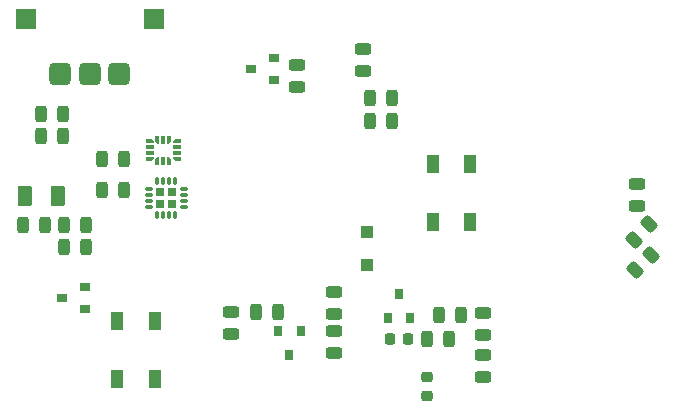
<source format=gbr>
G04 #@! TF.GenerationSoftware,KiCad,Pcbnew,7.0.9*
G04 #@! TF.CreationDate,2023-12-15T21:40:49-05:00*
G04 #@! TF.ProjectId,MainBoard,4d61696e-426f-4617-9264-2e6b69636164,rev?*
G04 #@! TF.SameCoordinates,Original*
G04 #@! TF.FileFunction,Paste,Bot*
G04 #@! TF.FilePolarity,Positive*
%FSLAX46Y46*%
G04 Gerber Fmt 4.6, Leading zero omitted, Abs format (unit mm)*
G04 Created by KiCad (PCBNEW 7.0.9) date 2023-12-15 21:40:49*
%MOMM*%
%LPD*%
G01*
G04 APERTURE LIST*
G04 Aperture macros list*
%AMRoundRect*
0 Rectangle with rounded corners*
0 $1 Rounding radius*
0 $2 $3 $4 $5 $6 $7 $8 $9 X,Y pos of 4 corners*
0 Add a 4 corners polygon primitive as box body*
4,1,4,$2,$3,$4,$5,$6,$7,$8,$9,$2,$3,0*
0 Add four circle primitives for the rounded corners*
1,1,$1+$1,$2,$3*
1,1,$1+$1,$4,$5*
1,1,$1+$1,$6,$7*
1,1,$1+$1,$8,$9*
0 Add four rect primitives between the rounded corners*
20,1,$1+$1,$2,$3,$4,$5,0*
20,1,$1+$1,$4,$5,$6,$7,0*
20,1,$1+$1,$6,$7,$8,$9,0*
20,1,$1+$1,$8,$9,$2,$3,0*%
%AMFreePoly0*
4,1,6,0.337500,0.050000,0.087500,-0.200000,-0.337500,-0.200000,-0.337500,0.200000,0.337500,0.200000,0.337500,0.050000,0.337500,0.050000,$1*%
%AMFreePoly1*
4,1,6,0.337500,-0.050000,0.337500,-0.200000,-0.337500,-0.200000,-0.337500,0.200000,0.087500,0.200000,0.337500,-0.050000,0.337500,-0.050000,$1*%
%AMFreePoly2*
4,1,6,0.200000,-0.337500,0.050000,-0.337500,-0.200000,-0.087500,-0.200000,0.337500,0.200000,0.337500,0.200000,-0.337500,0.200000,-0.337500,$1*%
%AMFreePoly3*
4,1,6,0.200000,-0.087500,-0.050000,-0.337500,-0.200000,-0.337500,-0.200000,0.337500,0.200000,0.337500,0.200000,-0.087500,0.200000,-0.087500,$1*%
%AMFreePoly4*
4,1,6,0.337500,-0.200000,-0.337500,-0.200000,-0.337500,-0.050000,-0.087500,0.200000,0.337500,0.200000,0.337500,-0.200000,0.337500,-0.200000,$1*%
%AMFreePoly5*
4,1,6,0.337500,-0.200000,-0.087500,-0.200000,-0.337500,0.050000,-0.337500,0.200000,0.337500,0.200000,0.337500,-0.200000,0.337500,-0.200000,$1*%
%AMFreePoly6*
4,1,6,0.200000,0.087500,0.200000,-0.337500,-0.200000,-0.337500,-0.200000,0.337500,-0.050000,0.337500,0.200000,0.087500,0.200000,0.087500,$1*%
%AMFreePoly7*
4,1,6,0.200000,-0.337500,-0.200000,-0.337500,-0.200000,0.087500,0.050000,0.337500,0.200000,0.337500,0.200000,-0.337500,0.200000,-0.337500,$1*%
G04 Aperture macros list end*
%ADD10RoundRect,0.243750X0.150260X-0.494975X0.494975X-0.150260X-0.150260X0.494975X-0.494975X0.150260X0*%
%ADD11RoundRect,0.243750X0.456250X-0.243750X0.456250X0.243750X-0.456250X0.243750X-0.456250X-0.243750X0*%
%ADD12RoundRect,0.250000X-0.375000X-0.625000X0.375000X-0.625000X0.375000X0.625000X-0.375000X0.625000X0*%
%ADD13R,1.100000X1.100000*%
%ADD14R,1.700000X1.700000*%
%ADD15RoundRect,0.475000X0.475000X0.475000X-0.475000X0.475000X-0.475000X-0.475000X0.475000X-0.475000X0*%
%ADD16RoundRect,0.243750X0.243750X0.456250X-0.243750X0.456250X-0.243750X-0.456250X0.243750X-0.456250X0*%
%ADD17O,0.750000X0.300000*%
%ADD18O,0.300000X0.750000*%
%ADD19R,0.730000X0.730000*%
%ADD20RoundRect,0.243750X-0.456250X0.243750X-0.456250X-0.243750X0.456250X-0.243750X0.456250X0.243750X0*%
%ADD21RoundRect,0.243750X-0.243750X-0.456250X0.243750X-0.456250X0.243750X0.456250X-0.243750X0.456250X0*%
%ADD22R,0.900000X0.800000*%
%ADD23FreePoly0,180.000000*%
%ADD24R,0.675000X0.400000*%
%ADD25FreePoly1,180.000000*%
%ADD26FreePoly2,180.000000*%
%ADD27R,0.400000X0.675000*%
%ADD28FreePoly3,180.000000*%
%ADD29FreePoly4,180.000000*%
%ADD30FreePoly5,180.000000*%
%ADD31FreePoly6,180.000000*%
%ADD32FreePoly7,180.000000*%
%ADD33RoundRect,0.218750X-0.218750X-0.256250X0.218750X-0.256250X0.218750X0.256250X-0.218750X0.256250X0*%
%ADD34RoundRect,0.218750X-0.256250X0.218750X-0.256250X-0.218750X0.256250X-0.218750X0.256250X0.218750X0*%
%ADD35R,1.000000X1.500000*%
%ADD36R,0.800000X0.900000*%
G04 APERTURE END LIST*
D10*
X118988813Y-97863687D03*
X117662987Y-99189513D03*
X117815387Y-101767613D03*
X119141213Y-100441787D03*
D11*
X117957600Y-96314500D03*
X117957600Y-94439500D03*
D12*
X66113200Y-95504000D03*
X68913200Y-95504000D03*
D13*
X95046800Y-98498200D03*
X95046800Y-101298200D03*
D14*
X66228000Y-80531600D03*
D15*
X71628000Y-85181600D03*
D14*
X77028000Y-80531600D03*
D15*
X69128000Y-85181600D03*
X74128000Y-85181600D03*
D16*
X74521300Y-94996000D03*
X72646300Y-94996000D03*
D17*
X76604600Y-96406400D03*
X76604600Y-95906400D03*
X76604600Y-95406400D03*
X76604600Y-94906400D03*
D18*
X77329600Y-94181400D03*
X77829600Y-94181400D03*
X78329600Y-94181400D03*
X78829600Y-94181400D03*
D17*
X79554600Y-94906400D03*
X79554600Y-95406400D03*
X79554600Y-95906400D03*
X79554600Y-96406400D03*
D18*
X78829600Y-97131400D03*
X78329600Y-97131400D03*
X77829600Y-97131400D03*
X77329600Y-97131400D03*
D19*
X78579600Y-96156400D03*
X77579600Y-96156400D03*
X77579600Y-95156400D03*
X78579600Y-95156400D03*
D16*
X65991500Y-97917000D03*
X67866500Y-97917000D03*
D20*
X92265500Y-103583500D03*
X92265500Y-105458500D03*
D21*
X69390500Y-90424000D03*
X67515500Y-90424000D03*
D16*
X87551500Y-105283000D03*
X85676500Y-105283000D03*
D21*
X67490000Y-88519000D03*
X69365000Y-88519000D03*
X102029500Y-107569000D03*
X100154500Y-107569000D03*
D20*
X92274592Y-106885500D03*
X92274592Y-108760500D03*
X83540600Y-105310700D03*
X83540600Y-107185700D03*
X104902000Y-107236500D03*
X104902000Y-105361500D03*
X104902000Y-108917500D03*
X104902000Y-110792500D03*
D16*
X97203500Y-87172800D03*
X95328500Y-87172800D03*
X95328500Y-89154000D03*
X97203500Y-89154000D03*
D21*
X69420500Y-99822000D03*
X71295500Y-99822000D03*
D22*
X87233000Y-83759000D03*
X87233000Y-85659000D03*
X85233000Y-84709000D03*
D11*
X94742000Y-83009500D03*
X94742000Y-84884500D03*
D20*
X89154000Y-86281500D03*
X89154000Y-84406500D03*
D21*
X69420500Y-97917000D03*
X71295500Y-97917000D03*
X72671700Y-92354400D03*
X74546700Y-92354400D03*
X103045500Y-105537000D03*
X101170500Y-105537000D03*
D23*
X78963100Y-90842400D03*
D24*
X78963100Y-91342400D03*
X78963100Y-91842400D03*
D25*
X78963100Y-92342400D03*
D26*
X78325600Y-92479900D03*
D27*
X77825600Y-92479900D03*
D28*
X77325600Y-92479900D03*
D29*
X76688100Y-92342400D03*
D24*
X76688100Y-91842400D03*
X76688100Y-91342400D03*
D30*
X76688100Y-90842400D03*
D31*
X77325600Y-90704900D03*
D27*
X77825600Y-90704900D03*
D32*
X78325600Y-90704900D03*
D33*
X97002500Y-107569000D03*
X98577500Y-107569000D03*
D34*
X100203000Y-110845500D03*
X100203000Y-112420500D03*
D35*
X103835000Y-97700000D03*
X100635000Y-97700000D03*
X103835000Y-92800000D03*
X100635000Y-92800000D03*
X77101500Y-110971500D03*
X73901500Y-110971500D03*
X77101500Y-106071500D03*
X73901500Y-106071500D03*
D22*
X71231000Y-103190000D03*
X71231000Y-105090000D03*
X69231000Y-104140000D03*
D36*
X88519000Y-108950000D03*
X89469000Y-106950000D03*
X87569000Y-106950000D03*
X98740000Y-105775000D03*
X96840000Y-105775000D03*
X97790000Y-103775000D03*
M02*

</source>
